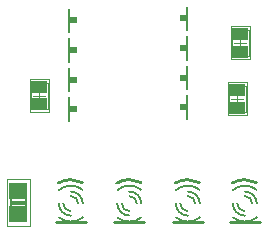
<source format=gbp>
%FSLAX24Y24*%
%MOIN*%
G70*
G01*
G75*
G04 Layer_Color=128*
%ADD10C,0.0320*%
%ADD11R,0.0476X0.0159*%
%ADD12C,0.0039*%
%ADD13C,0.0100*%
%ADD14C,0.0060*%
%ADD15R,0.0560X0.0140*%
%ADD16R,0.0250X0.0240*%
%ADD17C,0.0020*%
G04:AMPARAMS|DCode=18|XSize=66mil|YSize=66mil|CornerRadius=0mil|HoleSize=0mil|Usage=FLASHONLY|Rotation=270.000|XOffset=0mil|YOffset=0mil|HoleType=Round|Shape=Octagon|*
%AMOCTAGOND18*
4,1,8,-0.0165,-0.0330,0.0165,-0.0330,0.0330,-0.0165,0.0330,0.0165,0.0165,0.0330,-0.0165,0.0330,-0.0330,0.0165,-0.0330,-0.0165,-0.0165,-0.0330,0.0*
%
%ADD18OCTAGOND18*%

%ADD19O,0.1200X0.0600*%
%ADD20C,0.0591*%
%ADD21R,0.0591X0.0591*%
%ADD22R,0.0630X0.0520*%
%ADD23R,0.0551X0.0433*%
%ADD24C,0.0050*%
%ADD25C,0.0260*%
%ADD26C,0.0079*%
%ADD27C,0.0080*%
%ADD28R,0.2601X0.0240*%
G04:AMPARAMS|DCode=29|XSize=74mil|YSize=74mil|CornerRadius=0mil|HoleSize=0mil|Usage=FLASHONLY|Rotation=270.000|XOffset=0mil|YOffset=0mil|HoleType=Round|Shape=Octagon|*
%AMOCTAGOND29*
4,1,8,-0.0185,-0.0370,0.0185,-0.0370,0.0370,-0.0185,0.0370,0.0185,0.0185,0.0370,-0.0185,0.0370,-0.0370,0.0185,-0.0370,-0.0185,-0.0185,-0.0370,0.0*
%
%ADD29OCTAGOND29*%

%ADD30O,0.1280X0.0680*%
%ADD31C,0.0671*%
%ADD32R,0.0671X0.0671*%
%ADD33R,0.0710X0.0600*%
%ADD34R,0.0631X0.0513*%
D11*
X752Y1225D02*
D03*
D12*
X8435Y6122D02*
Y6988D01*
X7865Y6122D02*
Y6988D01*
Y6122D02*
X8435D01*
X7865Y6988D02*
X8435D01*
X8335Y4262D02*
Y5128D01*
X7765Y4262D02*
Y5128D01*
Y4262D02*
X8335D01*
X7765Y5128D02*
X8335D01*
X1735Y4367D02*
Y5233D01*
X1165Y4367D02*
Y5233D01*
Y4367D02*
X1735D01*
X1165Y5233D02*
X1735D01*
X7953Y6555D02*
X8347D01*
X8150Y6358D02*
Y6752D01*
X8465Y6004D02*
Y7106D01*
X7835Y6004D02*
Y7106D01*
Y6004D02*
X8465D01*
X7835Y7106D02*
X8465D01*
X7853Y4695D02*
X8247D01*
X8050Y4498D02*
Y4892D01*
X8365Y4144D02*
Y5246D01*
X7735Y4144D02*
Y5246D01*
Y4144D02*
X8365D01*
X7735Y5246D02*
X8365D01*
X1253Y4800D02*
X1647D01*
X1450Y4603D02*
Y4997D01*
X1765Y4249D02*
Y5351D01*
X1135Y4249D02*
Y5351D01*
Y4249D02*
X1765D01*
X1135Y5351D02*
X1765D01*
D13*
X8300Y2000D02*
G03*
X7881Y1881I-0J-800D01*
G01*
X8680Y1904D02*
G03*
X8300Y2000I-380J-706D01*
G01*
X6400D02*
G03*
X5981Y1881I-0J-800D01*
G01*
X6780Y1904D02*
G03*
X6400Y2000I-380J-706D01*
G01*
X4450D02*
G03*
X4031Y1881I-0J-800D01*
G01*
X4830Y1904D02*
G03*
X4450Y2000I-380J-706D01*
G01*
X2500D02*
G03*
X2081Y1881I-0J-800D01*
G01*
X2880Y1904D02*
G03*
X2500Y2000I-380J-706D01*
G01*
X7800Y580D02*
X8800D01*
X5900D02*
X6900D01*
X3950D02*
X4950D01*
X2000D02*
X3000D01*
D14*
X7900Y1200D02*
G03*
X8300Y800I400J0D01*
G01*
X8050Y1200D02*
G03*
X8300Y950I250J0D01*
G01*
X8700Y1200D02*
G03*
X8300Y1600I-400J0D01*
G01*
X8550Y1200D02*
G03*
X8300Y1450I-250J0D01*
G01*
X7916Y730D02*
G03*
X8300Y600I372J465D01*
G01*
D02*
G03*
X8700Y740I11J611D01*
G01*
X8300Y1800D02*
G03*
X7901Y1648I-0J-600D01*
G01*
X8690Y1661D02*
G03*
X8300Y1800I-387J-469D01*
G01*
X6000Y1200D02*
G03*
X6400Y800I400J0D01*
G01*
X6150Y1200D02*
G03*
X6400Y950I250J0D01*
G01*
X6800Y1200D02*
G03*
X6400Y1600I-400J0D01*
G01*
X6650Y1200D02*
G03*
X6400Y1450I-250J0D01*
G01*
X6016Y730D02*
G03*
X6400Y600I372J465D01*
G01*
D02*
G03*
X6800Y740I11J611D01*
G01*
X6400Y1800D02*
G03*
X6001Y1648I-0J-600D01*
G01*
X6790Y1661D02*
G03*
X6400Y1800I-387J-469D01*
G01*
X4050Y1200D02*
G03*
X4450Y800I400J0D01*
G01*
X4200Y1200D02*
G03*
X4450Y950I250J0D01*
G01*
X4850Y1200D02*
G03*
X4450Y1600I-400J0D01*
G01*
X4700Y1200D02*
G03*
X4450Y1450I-250J0D01*
G01*
X4066Y730D02*
G03*
X4450Y600I372J465D01*
G01*
D02*
G03*
X4850Y740I11J611D01*
G01*
X4450Y1800D02*
G03*
X4051Y1648I-0J-600D01*
G01*
X4840Y1661D02*
G03*
X4450Y1800I-387J-469D01*
G01*
X2100Y1200D02*
G03*
X2500Y800I400J0D01*
G01*
X2250Y1200D02*
G03*
X2500Y950I250J0D01*
G01*
X2900Y1200D02*
G03*
X2500Y1600I-400J0D01*
G01*
X2750Y1200D02*
G03*
X2500Y1450I-250J0D01*
G01*
X2116Y730D02*
G03*
X2500Y600I372J465D01*
G01*
D02*
G03*
X2900Y740I11J611D01*
G01*
X2500Y1800D02*
G03*
X2101Y1648I-0J-600D01*
G01*
X2890Y1661D02*
G03*
X2500Y1800I-387J-469D01*
G01*
X500Y944D02*
Y1504D01*
X1000Y944D02*
Y1504D01*
X2450Y3963D02*
Y4743D01*
Y4953D02*
Y5733D01*
Y5936D02*
Y6716D01*
Y6916D02*
Y7696D01*
X6389Y6983D02*
Y7764D01*
Y5994D02*
Y6774D01*
Y5010D02*
Y5790D01*
Y4030D02*
Y4810D01*
D15*
X750Y1564D02*
D03*
Y884D02*
D03*
D16*
X2575Y4353D02*
D03*
Y5333D02*
D03*
Y6326D02*
D03*
Y7306D02*
D03*
X6264Y7374D02*
D03*
Y6394D02*
D03*
Y5400D02*
D03*
Y4420D02*
D03*
D17*
X363Y2004D02*
X1140D01*
X363Y447D02*
X1140D01*
X363D02*
Y2004D01*
X1140Y447D02*
Y2004D01*
D22*
X753Y850D02*
D03*
Y1604D02*
D03*
D23*
X8150Y6259D02*
D03*
Y6850D02*
D03*
X8050Y4400D02*
D03*
Y4991D02*
D03*
X1450Y4505D02*
D03*
Y5095D02*
D03*
M02*

</source>
